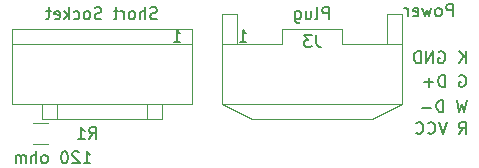
<source format=gbr>
G04 #@! TF.GenerationSoftware,KiCad,Pcbnew,(5.1.0)-1*
G04 #@! TF.CreationDate,2019-08-20T09:41:23-04:00*
G04 #@! TF.ProjectId,compact-giraffe,636f6d70-6163-4742-9d67-697261666665,rev?*
G04 #@! TF.SameCoordinates,Original*
G04 #@! TF.FileFunction,Legend,Bot*
G04 #@! TF.FilePolarity,Positive*
%FSLAX46Y46*%
G04 Gerber Fmt 4.6, Leading zero omitted, Abs format (unit mm)*
G04 Created by KiCad (PCBNEW (5.1.0)-1) date 2019-08-20 09:41:23*
%MOMM*%
%LPD*%
G04 APERTURE LIST*
%ADD10C,0.120000*%
%ADD11C,0.150000*%
G04 APERTURE END LIST*
D10*
X99060000Y-78994000D02*
X114300000Y-78994000D01*
X99060000Y-73914000D02*
X99060000Y-78994000D01*
X104140000Y-73914000D02*
X99060000Y-73914000D01*
X109220000Y-72644000D02*
X104140000Y-72644000D01*
X114300000Y-73914000D02*
X109220000Y-73914000D01*
X114300000Y-78994000D02*
X114300000Y-73914000D01*
X114300000Y-73914000D02*
X114300000Y-72644000D01*
X114300000Y-72644000D02*
X109220000Y-72644000D01*
X109220000Y-72644000D02*
X104140000Y-72644000D01*
X104140000Y-72644000D02*
X99060000Y-72644000D01*
X99060000Y-72644000D02*
X99060000Y-73914000D01*
X111760000Y-78994000D02*
X111760000Y-80264000D01*
X111760000Y-80264000D02*
X110490000Y-80264000D01*
X110490000Y-80264000D02*
X110490000Y-78994000D01*
X110490000Y-78994000D02*
X102870000Y-78994000D01*
X102870000Y-78994000D02*
X102870000Y-80264000D01*
X102870000Y-80264000D02*
X101600000Y-80264000D01*
X101600000Y-80264000D02*
X101600000Y-78994000D01*
X110490000Y-80264000D02*
X102870000Y-80264000D01*
X109220000Y-73914000D02*
X104140000Y-73914000D01*
X132080000Y-78994000D02*
X116840000Y-78994000D01*
X132080000Y-73914000D02*
X132080000Y-78994000D01*
X127000000Y-73914000D02*
X132080000Y-73914000D01*
X127000000Y-72644000D02*
X127000000Y-73914000D01*
X121920000Y-72644000D02*
X127000000Y-72644000D01*
X121920000Y-73914000D02*
X121920000Y-72644000D01*
X116840000Y-73914000D02*
X121920000Y-73914000D01*
X116840000Y-78994000D02*
X116840000Y-73914000D01*
X116840000Y-73914000D02*
X116840000Y-71374000D01*
X116840000Y-71374000D02*
X118110000Y-71374000D01*
X118110000Y-71374000D02*
X118110000Y-73914000D01*
X130810000Y-73914000D02*
X130810000Y-71374000D01*
X130810000Y-71374000D02*
X132080000Y-71374000D01*
X132080000Y-71374000D02*
X132080000Y-73914000D01*
X116840000Y-78994000D02*
X119380000Y-80264000D01*
X119380000Y-80264000D02*
X129540000Y-80264000D01*
X129540000Y-80264000D02*
X132080000Y-78994000D01*
X100867936Y-80624000D02*
X102072064Y-80624000D01*
X100867936Y-82444000D02*
X102072064Y-82444000D01*
D11*
X112744285Y-73731380D02*
X113315714Y-73731380D01*
X113030000Y-73731380D02*
X113030000Y-72731380D01*
X113125238Y-72874238D01*
X113220476Y-72969476D01*
X113315714Y-73017095D01*
X111322857Y-71778761D02*
X111180000Y-71826380D01*
X110941904Y-71826380D01*
X110846666Y-71778761D01*
X110799047Y-71731142D01*
X110751428Y-71635904D01*
X110751428Y-71540666D01*
X110799047Y-71445428D01*
X110846666Y-71397809D01*
X110941904Y-71350190D01*
X111132380Y-71302571D01*
X111227619Y-71254952D01*
X111275238Y-71207333D01*
X111322857Y-71112095D01*
X111322857Y-71016857D01*
X111275238Y-70921619D01*
X111227619Y-70874000D01*
X111132380Y-70826380D01*
X110894285Y-70826380D01*
X110751428Y-70874000D01*
X110322857Y-71826380D02*
X110322857Y-70826380D01*
X109894285Y-71826380D02*
X109894285Y-71302571D01*
X109941904Y-71207333D01*
X110037142Y-71159714D01*
X110180000Y-71159714D01*
X110275238Y-71207333D01*
X110322857Y-71254952D01*
X109275238Y-71826380D02*
X109370476Y-71778761D01*
X109418095Y-71731142D01*
X109465714Y-71635904D01*
X109465714Y-71350190D01*
X109418095Y-71254952D01*
X109370476Y-71207333D01*
X109275238Y-71159714D01*
X109132380Y-71159714D01*
X109037142Y-71207333D01*
X108989523Y-71254952D01*
X108941904Y-71350190D01*
X108941904Y-71635904D01*
X108989523Y-71731142D01*
X109037142Y-71778761D01*
X109132380Y-71826380D01*
X109275238Y-71826380D01*
X108513333Y-71826380D02*
X108513333Y-71159714D01*
X108513333Y-71350190D02*
X108465714Y-71254952D01*
X108418095Y-71207333D01*
X108322857Y-71159714D01*
X108227619Y-71159714D01*
X108037142Y-71159714D02*
X107656190Y-71159714D01*
X107894285Y-70826380D02*
X107894285Y-71683523D01*
X107846666Y-71778761D01*
X107751428Y-71826380D01*
X107656190Y-71826380D01*
X106608571Y-71778761D02*
X106465714Y-71826380D01*
X106227619Y-71826380D01*
X106132380Y-71778761D01*
X106084761Y-71731142D01*
X106037142Y-71635904D01*
X106037142Y-71540666D01*
X106084761Y-71445428D01*
X106132380Y-71397809D01*
X106227619Y-71350190D01*
X106418095Y-71302571D01*
X106513333Y-71254952D01*
X106560952Y-71207333D01*
X106608571Y-71112095D01*
X106608571Y-71016857D01*
X106560952Y-70921619D01*
X106513333Y-70874000D01*
X106418095Y-70826380D01*
X106180000Y-70826380D01*
X106037142Y-70874000D01*
X105465714Y-71826380D02*
X105560952Y-71778761D01*
X105608571Y-71731142D01*
X105656190Y-71635904D01*
X105656190Y-71350190D01*
X105608571Y-71254952D01*
X105560952Y-71207333D01*
X105465714Y-71159714D01*
X105322857Y-71159714D01*
X105227619Y-71207333D01*
X105180000Y-71254952D01*
X105132380Y-71350190D01*
X105132380Y-71635904D01*
X105180000Y-71731142D01*
X105227619Y-71778761D01*
X105322857Y-71826380D01*
X105465714Y-71826380D01*
X104275238Y-71778761D02*
X104370476Y-71826380D01*
X104560952Y-71826380D01*
X104656190Y-71778761D01*
X104703809Y-71731142D01*
X104751428Y-71635904D01*
X104751428Y-71350190D01*
X104703809Y-71254952D01*
X104656190Y-71207333D01*
X104560952Y-71159714D01*
X104370476Y-71159714D01*
X104275238Y-71207333D01*
X103846666Y-71826380D02*
X103846666Y-70826380D01*
X103751428Y-71445428D02*
X103465714Y-71826380D01*
X103465714Y-71159714D02*
X103846666Y-71540666D01*
X102656190Y-71778761D02*
X102751428Y-71826380D01*
X102941904Y-71826380D01*
X103037142Y-71778761D01*
X103084761Y-71683523D01*
X103084761Y-71302571D01*
X103037142Y-71207333D01*
X102941904Y-71159714D01*
X102751428Y-71159714D01*
X102656190Y-71207333D01*
X102608571Y-71302571D01*
X102608571Y-71397809D01*
X103084761Y-71493047D01*
X102322857Y-71159714D02*
X101941904Y-71159714D01*
X102180000Y-70826380D02*
X102180000Y-71683523D01*
X102132380Y-71778761D01*
X102037142Y-71826380D01*
X101941904Y-71826380D01*
X136887976Y-81557380D02*
X137221309Y-81081190D01*
X137459404Y-81557380D02*
X137459404Y-80557380D01*
X137078452Y-80557380D01*
X136983214Y-80605000D01*
X136935595Y-80652619D01*
X136887976Y-80747857D01*
X136887976Y-80890714D01*
X136935595Y-80985952D01*
X136983214Y-81033571D01*
X137078452Y-81081190D01*
X137459404Y-81081190D01*
X135840357Y-80557380D02*
X135507023Y-81557380D01*
X135173690Y-80557380D01*
X134268928Y-81462142D02*
X134316547Y-81509761D01*
X134459404Y-81557380D01*
X134554642Y-81557380D01*
X134697500Y-81509761D01*
X134792738Y-81414523D01*
X134840357Y-81319285D01*
X134887976Y-81128809D01*
X134887976Y-80985952D01*
X134840357Y-80795476D01*
X134792738Y-80700238D01*
X134697500Y-80605000D01*
X134554642Y-80557380D01*
X134459404Y-80557380D01*
X134316547Y-80605000D01*
X134268928Y-80652619D01*
X133268928Y-81462142D02*
X133316547Y-81509761D01*
X133459404Y-81557380D01*
X133554642Y-81557380D01*
X133697500Y-81509761D01*
X133792738Y-81414523D01*
X133840357Y-81319285D01*
X133887976Y-81128809D01*
X133887976Y-80985952D01*
X133840357Y-80795476D01*
X133792738Y-80700238D01*
X133697500Y-80605000D01*
X133554642Y-80557380D01*
X133459404Y-80557380D01*
X133316547Y-80605000D01*
X133268928Y-80652619D01*
X137554642Y-78700380D02*
X137316547Y-79700380D01*
X137126071Y-78986095D01*
X136935595Y-79700380D01*
X136697500Y-78700380D01*
X135554642Y-79700380D02*
X135554642Y-78700380D01*
X135316547Y-78700380D01*
X135173690Y-78748000D01*
X135078452Y-78843238D01*
X135030833Y-78938476D01*
X134983214Y-79128952D01*
X134983214Y-79271809D01*
X135030833Y-79462285D01*
X135078452Y-79557523D01*
X135173690Y-79652761D01*
X135316547Y-79700380D01*
X135554642Y-79700380D01*
X134554642Y-79319428D02*
X133792738Y-79319428D01*
X136935595Y-76605000D02*
X137030833Y-76557380D01*
X137173690Y-76557380D01*
X137316547Y-76605000D01*
X137411785Y-76700238D01*
X137459404Y-76795476D01*
X137507023Y-76985952D01*
X137507023Y-77128809D01*
X137459404Y-77319285D01*
X137411785Y-77414523D01*
X137316547Y-77509761D01*
X137173690Y-77557380D01*
X137078452Y-77557380D01*
X136935595Y-77509761D01*
X136887976Y-77462142D01*
X136887976Y-77128809D01*
X137078452Y-77128809D01*
X135697500Y-77557380D02*
X135697500Y-76557380D01*
X135459404Y-76557380D01*
X135316547Y-76605000D01*
X135221309Y-76700238D01*
X135173690Y-76795476D01*
X135126071Y-76985952D01*
X135126071Y-77128809D01*
X135173690Y-77319285D01*
X135221309Y-77414523D01*
X135316547Y-77509761D01*
X135459404Y-77557380D01*
X135697500Y-77557380D01*
X134697500Y-77176428D02*
X133935595Y-77176428D01*
X134316547Y-77557380D02*
X134316547Y-76795476D01*
X137459404Y-75557380D02*
X137459404Y-74557380D01*
X136887976Y-75557380D02*
X137316547Y-74985952D01*
X136887976Y-74557380D02*
X137459404Y-75128809D01*
X135173690Y-74605000D02*
X135268928Y-74557380D01*
X135411785Y-74557380D01*
X135554642Y-74605000D01*
X135649880Y-74700238D01*
X135697500Y-74795476D01*
X135745119Y-74985952D01*
X135745119Y-75128809D01*
X135697500Y-75319285D01*
X135649880Y-75414523D01*
X135554642Y-75509761D01*
X135411785Y-75557380D01*
X135316547Y-75557380D01*
X135173690Y-75509761D01*
X135126071Y-75462142D01*
X135126071Y-75128809D01*
X135316547Y-75128809D01*
X134697500Y-75557380D02*
X134697500Y-74557380D01*
X134126071Y-75557380D01*
X134126071Y-74557380D01*
X133649880Y-75557380D02*
X133649880Y-74557380D01*
X133411785Y-74557380D01*
X133268928Y-74605000D01*
X133173690Y-74700238D01*
X133126071Y-74795476D01*
X133078452Y-74985952D01*
X133078452Y-75128809D01*
X133126071Y-75319285D01*
X133173690Y-75414523D01*
X133268928Y-75509761D01*
X133411785Y-75557380D01*
X133649880Y-75557380D01*
X124793333Y-73176380D02*
X124793333Y-73890666D01*
X124840952Y-74033523D01*
X124936190Y-74128761D01*
X125079047Y-74176380D01*
X125174285Y-74176380D01*
X124412380Y-73176380D02*
X123793333Y-73176380D01*
X124126666Y-73557333D01*
X123983809Y-73557333D01*
X123888571Y-73604952D01*
X123840952Y-73652571D01*
X123793333Y-73747809D01*
X123793333Y-73985904D01*
X123840952Y-74081142D01*
X123888571Y-74128761D01*
X123983809Y-74176380D01*
X124269523Y-74176380D01*
X124364761Y-74128761D01*
X124412380Y-74081142D01*
X118332285Y-73731380D02*
X118903714Y-73731380D01*
X118618000Y-73731380D02*
X118618000Y-72731380D01*
X118713238Y-72874238D01*
X118808476Y-72969476D01*
X118903714Y-73017095D01*
X125888571Y-71826380D02*
X125888571Y-70826380D01*
X125507619Y-70826380D01*
X125412380Y-70874000D01*
X125364761Y-70921619D01*
X125317142Y-71016857D01*
X125317142Y-71159714D01*
X125364761Y-71254952D01*
X125412380Y-71302571D01*
X125507619Y-71350190D01*
X125888571Y-71350190D01*
X124745714Y-71826380D02*
X124840952Y-71778761D01*
X124888571Y-71683523D01*
X124888571Y-70826380D01*
X123936190Y-71159714D02*
X123936190Y-71826380D01*
X124364761Y-71159714D02*
X124364761Y-71683523D01*
X124317142Y-71778761D01*
X124221904Y-71826380D01*
X124079047Y-71826380D01*
X123983809Y-71778761D01*
X123936190Y-71731142D01*
X123031428Y-71159714D02*
X123031428Y-71969238D01*
X123079047Y-72064476D01*
X123126666Y-72112095D01*
X123221904Y-72159714D01*
X123364761Y-72159714D01*
X123460000Y-72112095D01*
X123031428Y-71778761D02*
X123126666Y-71826380D01*
X123317142Y-71826380D01*
X123412380Y-71778761D01*
X123460000Y-71731142D01*
X123507619Y-71635904D01*
X123507619Y-71350190D01*
X123460000Y-71254952D01*
X123412380Y-71207333D01*
X123317142Y-71159714D01*
X123126666Y-71159714D01*
X123031428Y-71207333D01*
X136367976Y-71572380D02*
X136367976Y-70572380D01*
X135987023Y-70572380D01*
X135891785Y-70620000D01*
X135844166Y-70667619D01*
X135796547Y-70762857D01*
X135796547Y-70905714D01*
X135844166Y-71000952D01*
X135891785Y-71048571D01*
X135987023Y-71096190D01*
X136367976Y-71096190D01*
X135225119Y-71572380D02*
X135320357Y-71524761D01*
X135367976Y-71477142D01*
X135415595Y-71381904D01*
X135415595Y-71096190D01*
X135367976Y-71000952D01*
X135320357Y-70953333D01*
X135225119Y-70905714D01*
X135082261Y-70905714D01*
X134987023Y-70953333D01*
X134939404Y-71000952D01*
X134891785Y-71096190D01*
X134891785Y-71381904D01*
X134939404Y-71477142D01*
X134987023Y-71524761D01*
X135082261Y-71572380D01*
X135225119Y-71572380D01*
X134558452Y-70905714D02*
X134367976Y-71572380D01*
X134177500Y-71096190D01*
X133987023Y-71572380D01*
X133796547Y-70905714D01*
X133034642Y-71524761D02*
X133129880Y-71572380D01*
X133320357Y-71572380D01*
X133415595Y-71524761D01*
X133463214Y-71429523D01*
X133463214Y-71048571D01*
X133415595Y-70953333D01*
X133320357Y-70905714D01*
X133129880Y-70905714D01*
X133034642Y-70953333D01*
X132987023Y-71048571D01*
X132987023Y-71143809D01*
X133463214Y-71239047D01*
X132558452Y-71572380D02*
X132558452Y-70905714D01*
X132558452Y-71096190D02*
X132510833Y-71000952D01*
X132463214Y-70953333D01*
X132367976Y-70905714D01*
X132272738Y-70905714D01*
X105576666Y-81986380D02*
X105910000Y-81510190D01*
X106148095Y-81986380D02*
X106148095Y-80986380D01*
X105767142Y-80986380D01*
X105671904Y-81034000D01*
X105624285Y-81081619D01*
X105576666Y-81176857D01*
X105576666Y-81319714D01*
X105624285Y-81414952D01*
X105671904Y-81462571D01*
X105767142Y-81510190D01*
X106148095Y-81510190D01*
X104624285Y-81986380D02*
X105195714Y-81986380D01*
X104910000Y-81986380D02*
X104910000Y-80986380D01*
X105005238Y-81129238D01*
X105100476Y-81224476D01*
X105195714Y-81272095D01*
X105108047Y-84018380D02*
X105679476Y-84018380D01*
X105393761Y-84018380D02*
X105393761Y-83018380D01*
X105489000Y-83161238D01*
X105584238Y-83256476D01*
X105679476Y-83304095D01*
X104727095Y-83113619D02*
X104679476Y-83066000D01*
X104584238Y-83018380D01*
X104346142Y-83018380D01*
X104250904Y-83066000D01*
X104203285Y-83113619D01*
X104155666Y-83208857D01*
X104155666Y-83304095D01*
X104203285Y-83446952D01*
X104774714Y-84018380D01*
X104155666Y-84018380D01*
X103536619Y-83018380D02*
X103441380Y-83018380D01*
X103346142Y-83066000D01*
X103298523Y-83113619D01*
X103250904Y-83208857D01*
X103203285Y-83399333D01*
X103203285Y-83637428D01*
X103250904Y-83827904D01*
X103298523Y-83923142D01*
X103346142Y-83970761D01*
X103441380Y-84018380D01*
X103536619Y-84018380D01*
X103631857Y-83970761D01*
X103679476Y-83923142D01*
X103727095Y-83827904D01*
X103774714Y-83637428D01*
X103774714Y-83399333D01*
X103727095Y-83208857D01*
X103679476Y-83113619D01*
X103631857Y-83066000D01*
X103536619Y-83018380D01*
X101869952Y-84018380D02*
X101965190Y-83970761D01*
X102012809Y-83923142D01*
X102060428Y-83827904D01*
X102060428Y-83542190D01*
X102012809Y-83446952D01*
X101965190Y-83399333D01*
X101869952Y-83351714D01*
X101727095Y-83351714D01*
X101631857Y-83399333D01*
X101584238Y-83446952D01*
X101536619Y-83542190D01*
X101536619Y-83827904D01*
X101584238Y-83923142D01*
X101631857Y-83970761D01*
X101727095Y-84018380D01*
X101869952Y-84018380D01*
X101108047Y-84018380D02*
X101108047Y-83018380D01*
X100679476Y-84018380D02*
X100679476Y-83494571D01*
X100727095Y-83399333D01*
X100822333Y-83351714D01*
X100965190Y-83351714D01*
X101060428Y-83399333D01*
X101108047Y-83446952D01*
X100203285Y-84018380D02*
X100203285Y-83351714D01*
X100203285Y-83446952D02*
X100155666Y-83399333D01*
X100060428Y-83351714D01*
X99917571Y-83351714D01*
X99822333Y-83399333D01*
X99774714Y-83494571D01*
X99774714Y-84018380D01*
X99774714Y-83494571D02*
X99727095Y-83399333D01*
X99631857Y-83351714D01*
X99489000Y-83351714D01*
X99393761Y-83399333D01*
X99346142Y-83494571D01*
X99346142Y-84018380D01*
M02*

</source>
